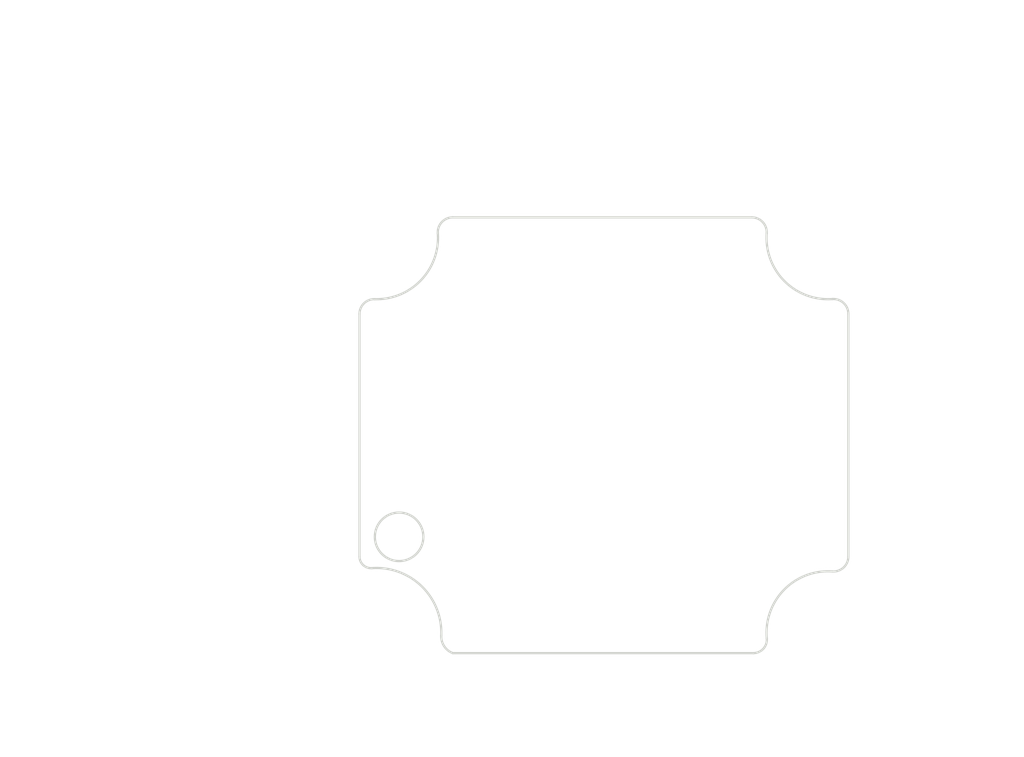
<source format=kicad_pcb>
(kicad_pcb (version 20221018) (generator pcbnew)

  (general
    (thickness 1.6)
  )

  (paper "A4")
  (layers
    (0 "F.Cu" signal)
    (31 "B.Cu" signal)
    (32 "B.Adhes" user "B.Adhesive")
    (33 "F.Adhes" user "F.Adhesive")
    (34 "B.Paste" user)
    (35 "F.Paste" user)
    (36 "B.SilkS" user "B.Silkscreen")
    (37 "F.SilkS" user "F.Silkscreen")
    (38 "B.Mask" user)
    (39 "F.Mask" user)
    (40 "Dwgs.User" user "User.Drawings")
    (41 "Cmts.User" user "User.Comments")
    (42 "Eco1.User" user "User.Eco1")
    (43 "Eco2.User" user "User.Eco2")
    (44 "Edge.Cuts" user)
    (45 "Margin" user)
    (46 "B.CrtYd" user "B.Courtyard")
    (47 "F.CrtYd" user "F.Courtyard")
    (48 "B.Fab" user)
    (49 "F.Fab" user)
  )

  (setup
    (pad_to_mask_clearance 0.051)
    (solder_mask_min_width 0.25)
    (pcbplotparams
      (layerselection 0x00010fc_ffffffff)
      (plot_on_all_layers_selection 0x0000000_00000000)
      (disableapertmacros false)
      (usegerberextensions false)
      (usegerberattributes false)
      (usegerberadvancedattributes false)
      (creategerberjobfile false)
      (dashed_line_dash_ratio 12.000000)
      (dashed_line_gap_ratio 3.000000)
      (svgprecision 4)
      (plotframeref false)
      (viasonmask false)
      (mode 1)
      (useauxorigin false)
      (hpglpennumber 1)
      (hpglpenspeed 20)
      (hpglpendiameter 15.000000)
      (dxfpolygonmode true)
      (dxfimperialunits true)
      (dxfusepcbnewfont true)
      (psnegative false)
      (psa4output false)
      (plotreference true)
      (plotvalue true)
      (plotinvisibletext false)
      (sketchpadsonfab false)
      (subtractmaskfromsilk false)
      (outputformat 1)
      (mirror false)
      (drillshape 1)
      (scaleselection 1)
      (outputdirectory "")
    )
  )

  (net 0 "")

  (gr_line (start 103.933496 118.142504) (end 103.933496 104.396016)
    (stroke (width 0.2) (type solid)) (layer "Dwgs.User") (tstamp 073eddbd-1d24-4cf5-a158-ba7e543809cb))
  (gr_line (start 129.170073 104.844696) (end 132.057602 107.208927)
    (stroke (width 0.2) (type solid)) (layer "Dwgs.User") (tstamp 0c09677f-22e6-40ed-a7a3-eb19dc49cdd9))
  (gr_line (start 158.977353 120.142504) (end 158.977353 126.114836)
    (stroke (width 0.2) (type solid)) (layer "Dwgs.User") (tstamp 16caea41-3da5-441a-b60e-28f78bb93520))
  (gr_line (start 179.684095 113.827181) (end 176.859113 112.760954)
    (stroke (width 0.2) (type solid)) (layer "Dwgs.User") (tstamp 19fb8436-0696-43bb-a7b8-c7221fe9cbfd))
  (gr_line (start 158.977353 126.114836) (end 156.977353 126.114836)
    (stroke (width 0.2) (type solid)) (layer "Dwgs.User") (tstamp 1abd8d6e-8ef2-4d1e-96cb-5b38044b4154))
  (gr_line (start 135.178595 109.838) (end 135.358595 109.838)
    (stroke (width 0.2) (type solid)) (layer "Dwgs.User") (tstamp 41a048f1-b917-4466-9b84-dfa3f3e67a8e))
  (gr_line (start 165.836972 77.345488) (end 157.312626 77.345488)
    (stroke (width 0.2) (type solid)) (layer "Dwgs.User") (tstamp 435a7a3e-d76f-4159-ab81-19f8eb5d9c0c))
  (gr_line (start 111.105574 110.597695) (end 111.105574 104.247391)
    (stroke (width 0.2) (type solid)) (layer "Dwgs.User") (tstamp 4d149e8b-ad3b-4438-b5b7-253eda547356))
  (gr_line (start 136.268595 109.838) (end 162.152353 109.838)
    (stroke (width 0.2) (type solid)) (layer "Dwgs.User") (tstamp 50f1adce-690d-4d3e-9b6b-54efd6766d74))
  (gr_line (start 135.268595 110.838001) (end 135.268595 128.597964)
    (stroke (width 0.2) (type solid)) (layer "Dwgs.User") (tstamp 523cc40f-6a8c-4c85-b510-affcbe1785e7))
  (gr_line (start 175.669694 121.467493) (end 171.171244 115.604401)
    (stroke (width 0.2) (type solid)) (layer "Dwgs.User") (tstamp 5371f63a-f4a3-4701-8578-c189f7ec8273))
  (gr_line (start 140.700218 77.345488) (end 149.224563 77.345488)
    (stroke (width 0.2) (type solid)) (layer "Dwgs.User") (tstamp 561aacdc-540c-4bff-8e55-c18658b93581))
  (gr_line (start 139.018595 81.533497) (end 100.758496 81.533497)
    (stroke (width 0.2) (type solid)) (layer "Dwgs.User") (tstamp 5a211804-e9f0-4b7b-8487-49e36499ec18))
  (gr_line (start 103.933496 83.533497) (end 103.933496 97.279985)
    (stroke (width 0.2) (type solid)) (layer "Dwgs.User") (tstamp 6ba06f8b-960e-4c22-9447-df7573846e16))
  (gr_line (start 131.758901 89.088) (end 131.758901 62.374156)
    (stroke (width 0.2) (type solid)) (layer "Dwgs.User") (tstamp 6c02475c-2e8f-4c66-8835-c43b5e23e6d2))
  (gr_line (start 181.684095 113.827181) (end 179.684095 113.827181)
    (stroke (width 0.2) (type solid)) (layer "Dwgs.User") (tstamp 7c62e9ad-f791-4d60-8401-e6d74dba2e28))
  (gr_line (start 132.105574 88.781057) (end 107.930574 88.781057)
    (stroke (width 0.2) (type solid)) (layer "Dwgs.User") (tstamp 8963ba16-c55a-425d-8462-946058ec0a59))
  (gr_line (start 167.836972 81.949532) (end 167.836972 74.170488)
    (stroke (width 0.2) (type solid)) (layer "Dwgs.User") (tstamp 8b4b1be2-3d50-4f54-b3ee-5371a7f2bc48))
  (gr_line (start 175.073098 89.088) (end 175.073098 62.374156)
    (stroke (width 0.2) (type solid)) (layer "Dwgs.User") (tstamp a1a00077-1845-405c-9e3d-604280a06612))
  (gr_line (start 138.700218 81.949532) (end 138.700218 74.170488)
    (stroke (width 0.2) (type solid)) (layer "Dwgs.User") (tstamp abf99a62-1b98-438d-83a5-8336edcd45cd))
  (gr_line (start 132.268595 112.597695) (end 107.930574 112.597695)
    (stroke (width 0.2) (type solid)) (layer "Dwgs.User") (tstamp ada15379-2fdd-4b78-9fc4-f7ba8329f39c))
  (gr_line (start 137.268595 125.422964) (end 139.268595 125.422964)
    (stroke (width 0.2) (type solid)) (layer "Dwgs.User") (tstamp b1f933a2-16d5-4b5d-b56c-cb11fad45e13))
  (gr_line (start 131.758901 112.588001) (end 131.758901 128.597964)
    (stroke (width 0.2) (type solid)) (layer "Dwgs.User") (tstamp bb17a20a-82da-4c58-a19c-201203fb1af5))
  (gr_line (start 139.018595 120.142504) (end 100.758496 120.142504)
    (stroke (width 0.2) (type solid)) (layer "Dwgs.User") (tstamp d5b4c62d-5bdd-42ef-b8e1-ef698cdbc1c7))
  (gr_line (start 127.170073 104.844696) (end 129.170073 104.844696)
    (stroke (width 0.2) (type solid)) (layer "Dwgs.User") (tstamp dcbbfd9b-9515-409b-9f40-31d4e6f0bca0))
  (gr_line (start 158.977353 111.838) (end 158.977353 118.142504)
    (stroke (width 0.2) (type solid)) (layer "Dwgs.User") (tstamp dd5fd231-0fb2-4c41-a1b4-6f6075ae8774))
  (gr_line (start 111.105574 90.781057) (end 111.105574 97.13136)
    (stroke (width 0.2) (type solid)) (layer "Dwgs.User") (tstamp e9bfc9e8-7716-4d09-bff3-0e3cce09deb0))
  (gr_line (start 133.758901 65.549156) (end 149.532575 65.549156)
    (stroke (width 0.2) (type solid)) (layer "Dwgs.User") (tstamp ed97f250-c325-46cd-9779-9dc85deab5a4))
  (gr_line (start 177.669694 121.467493) (end 175.669694 121.467493)
    (stroke (width 0.2) (type solid)) (layer "Dwgs.User") (tstamp f41c0ea0-785a-4993-8940-18769a6dcf1e))
  (gr_line (start 135.268595 109.928) (end 135.268595 109.748)
    (stroke (width 0.2) (type solid)) (layer "Dwgs.User") (tstamp f46f68ef-0b7a-4584-ac89-85ebf36dbd7d))
  (gr_line (start 129.758901 125.422964) (end 127.758901 125.422964)
    (stroke (width 0.2) (type solid)) (layer "Dwgs.User") (tstamp f4e20539-3b71-4ed7-98c2-dad35b86347f))
  (gr_line (start 173.073098 65.549156) (end 157.299424 65.549156)
    (stroke (width 0.2) (type solid)) (layer "Dwgs.User") (tstamp f7868eac-54f2-4720-9a0b-b4849a374f16))
  (gr_arc (start 175.073099 111.588002) (mid 174.652015 112.555379) (end 173.657063 112.906378)
    (stroke (width 0.2) (type solid)) (layer "Edge.Cuts") (tstamp 05b03f52-7b8a-4877-8b94-f2475bd9920e))
  (gr_line (start 175.073098 111.588001) (end 175.073098 90.088)
    (stroke (width 0.2) (type solid)) (layer "Edge.Cuts") (tstamp 0e95108f-b94f-404e-baee-1ef3b3ea430d))
  (gr_line (start 131.758901 90.088) (end 131.758901 111.588001)
    (stroke (width 0.2) (type solid)) (layer "Edge.Cuts") (tstamp 2219ebb6-2727-4cfb-87ef-d11dbe0f2f1c))
  (gr_line (start 140.018595 120.142504) (end 166.656351 120.142504)
    (stroke (width 0.2) (type solid)) (layer "Edge.Cuts") (tstamp 3084ed02-54ca-4b00-aae6-58127e186e70))
  (gr_circle (center 135.268595 109.838001) (end 137.418595 109.838001)
    (stroke (width 0.2) (type solid)) (fill none) (layer "Edge.Cuts") (tstamp 6c1b700c-1871-46be-859b-edf1563574b5))
  (gr_arc (start 132.859095 112.612319) (mid 132.086063 112.339608) (end 131.758901 111.588)
    (stroke (width 0.2) (type solid)) (layer "Edge.Cuts") (tstamp 6cf8a744-1f82-4113-a7ec-e58ce6f26e41))
  (gr_line (start 166.518595 81.533497) (end 140.018595 81.533497)
    (stroke (width 0.2) (type solid)) (layer "Edge.Cuts") (tstamp 7a4aeaf2-e591-4b08-8ea6-ae40f6f98a8b))
  (gr_arc (start 173.657064 88.769623) (mid 169.418048 87.188548) (end 167.836972 82.949532)
    (stroke (width 0.2) (type solid)) (layer "Edge.Cuts") (tstamp 8bb9a926-20bd-448b-8544-125e095afbed))
  (gr_arc (start 167.846102 118.838001) (mid 167.539136 119.752836) (end 166.656351 120.142504)
    (stroke (width 0.2) (type solid)) (layer "Edge.Cuts") (tstamp 967fafda-7868-4f93-b39f-b48db402eba0))
  (gr_arc (start 132.859095 112.612321) (mid 137.270725 114.2229) (end 139.003454 118.588)
    (stroke (width 0.2) (type solid)) (layer "Edge.Cuts") (tstamp a2aa6fb7-928f-40e5-8e86-83c603f8791f))
  (gr_arc (start 166.518595 81.533498) (mid 167.485971 81.954581) (end 167.836972 82.949532)
    (stroke (width 0.2) (type solid)) (layer "Edge.Cuts") (tstamp b98d3f5b-bb3c-46bf-90f5-4723ac52b21f))
  (gr_arc (start 131.758902 90.088) (mid 132.155813 89.1497) (end 133.105574 88.781057)
    (stroke (width 0.2) (type solid)) (layer "Edge.Cuts") (tstamp bc4e779f-cb8f-4e4c-848b-553ac7939beb))
  (gr_arc (start 138.700218 82.949532) (mid 139.051218 81.954581) (end 140.018595 81.533497)
    (stroke (width 0.2) (type solid)) (layer "Edge.Cuts") (tstamp c2abe27a-8801-4394-a496-608a3f32f533))
  (gr_arc (start 173.657064 88.769624) (mid 174.652015 89.120624) (end 175.073098 90.088)
    (stroke (width 0.2) (type solid)) (layer "Edge.Cuts") (tstamp c8874760-2e13-4e83-ae88-08eba99b80e4))
  (gr_arc (start 140.018594 120.142504) (mid 139.261162 119.52842) (end 139.003454 118.588)
    (stroke (width 0.2) (type solid)) (layer "Edge.Cuts") (tstamp c9d1968f-c8f8-444e-a63c-d6446ed23e25))
  (gr_arc (start 167.846102 118.838002) (mid 169.378686 114.527222) (end 173.657063 112.906378)
    (stroke (width 0.2) (type solid)) (layer "Edge.Cuts") (tstamp caf6a177-76ba-4b65-b0ac-ed3ed262b11a))
  (gr_arc (start 138.700219 82.949532) (mid 137.198126 87.107911) (end 133.105574 88.781057)
    (stroke (width 0.2) (type solid)) (layer "Edge.Cuts") (tstamp f68b0aff-9443-4eba-b388-fa92bd02d5a8))
  (gr_text " 23.82" (at 111.105574 99.020822) (layer "Dwgs.User") (tstamp 0693d8d2-7239-4351-a579-11bfdf58da57)
    (effects (font (size 1.7 1.53) (thickness 0.2125)))
  )
  (gr_text " R1.32" (at 186.154866 112.158627) (layer "Dwgs.User") (tstamp 227e35f3-1259-43fd-8974-8e49d6565916)
    (effects (font (size 1.7 1.53) (thickness 0.2125)))
  )
  (gr_text " R5.45" (at 182.140465 119.802998) (layer "Dwgs.User") (tstamp 263f6e95-52e4-41c6-a37e-5ae644f89195)
    (effects (font (size 1.7 1.53) (thickness 0.2125)))
  )
  (gr_text " 38.61" (at 103.933496 99.169447) (layer "Dwgs.User") (tstamp 4412a0d6-2288-4eb5-a301-280ae9568ef0)
    (effects (font (size 1.7 1.53) (thickness 0.2125)))
  )
  (gr_text " 29.14" (at 153.268595 75.677514) (layer "Dwgs.User") (tstamp 45b755c8-3c30-4fa0-a73d-a2df2f281d9a)
    (effects (font (size 1.7 1.53) (thickness 0.2125)))
  )
  (gr_text " 43.31" (at 153.416 63.880602) (layer "Dwgs.User") (tstamp 498a20c6-f9c1-4554-8429-bda5cee851cb)
    (effects (font (size 1.7 1.53) (thickness 0.2125)))
  )
  (gr_text "[1.15]" (at 153.268595 79.234949) (layer "Dwgs.User") (tstamp 649d0480-3d93-4bb8-b2bb-3a887f9273af)
    (effects (font (size 1.7 1.53) (thickness 0.2125)))
  )
  (gr_text " 3.51" (at 142.491617 123.75441) (layer "Dwgs.User") (tstamp 69093ad9-5fd8-41f1-a9c6-7c955dc00305)
    (effects (font (size 1.7 1.53) (thickness 0.2125)))
  )
  (gr_text " ∅4.30\n[∅0.17]" (at 122.633204 104.844696) (layer "Dwgs.User") (tstamp 7193fad6-d854-42c2-835f-4fe16f51e75a)
    (effects (font (size 1.7 1.53) (thickness 0.2125)))
  )
  (gr_text " 10.30" (at 152.932741 124.446282) (layer "Dwgs.User") (tstamp 995fb10d-d351-48d5-8215-3ee973fd17d3)
    (effects (font (size 1.7 1.53) (thickness 0.2125)))
  )
  (gr_text "[1.71]" (at 153.416 67.438617) (layer "Dwgs.User") (tstamp 9ae9825f-0eba-4278-94ae-59ed7cfff0eb)
    (effects (font (size 1.7 1.53) (thickness 0.2125)))
  )
  (gr_text "[.94]" (at 111.105574 102.578837) (layer "Dwgs.User") (tstamp a1ca70dd-d4e1-4b2a-b14e-f0d65c3dbeab)
    (effects (font (size 1.7 1.53) (thickness 0.2125)))
  )
  (gr_text "[R0.05]" (at 186.154866 115.716642) (layer "Dwgs.User") (tstamp a2eccb6f-5fdf-4637-8cac-17411eeace24)
    (effects (font (size 1.7 1.53) (thickness 0.2125)))
  )
  (gr_text "[.41]" (at 152.932741 128.004297) (layer "Dwgs.User") (tstamp af66ef6e-3657-4855-824b-0f44279722fe)
    (effects (font (size 1.7 1.53) (thickness 0.2125)))
  )
  (gr_text "[.14]" (at 142.491617 127.312425) (layer "Dwgs.User") (tstamp b45ebf2f-620a-45d9-a5a5-ca109b44ca67)
    (effects (font (size 1.7 1.53) (thickness 0.2125)))
  )
  (gr_text "[R0.21]" (at 182.140465 123.356955) (layer "Dwgs.User") (tstamp c0103d7c-330a-493c-838f-0ebbe6b522ef)
    (effects (font (size 1.7 1.53) (thickness 0.2125)))
  )
  (gr_text "[1.52]" (at 103.933496 102.727462) (layer "Dwgs.User") (tstamp f59accfd-e236-4513-b993-4e3bdd6ae100)
    (effects (font (size 1.7 1.53) (thickness 0.2125)))
  )

)

</source>
